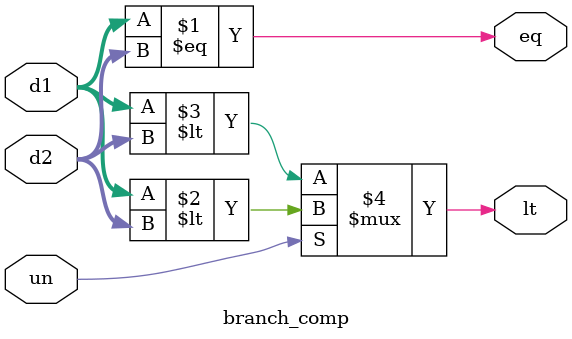
<source format=v>
module branch_comp (
    input [31:0] d1,
    input [31:0] d2,
    input un,
    output eq,
    output lt
);
    assign eq = (d1 == d2);
    assign lt = un ? (d1 < d2) : ($signed(d1) < $signed(d2));
endmodule
</source>
